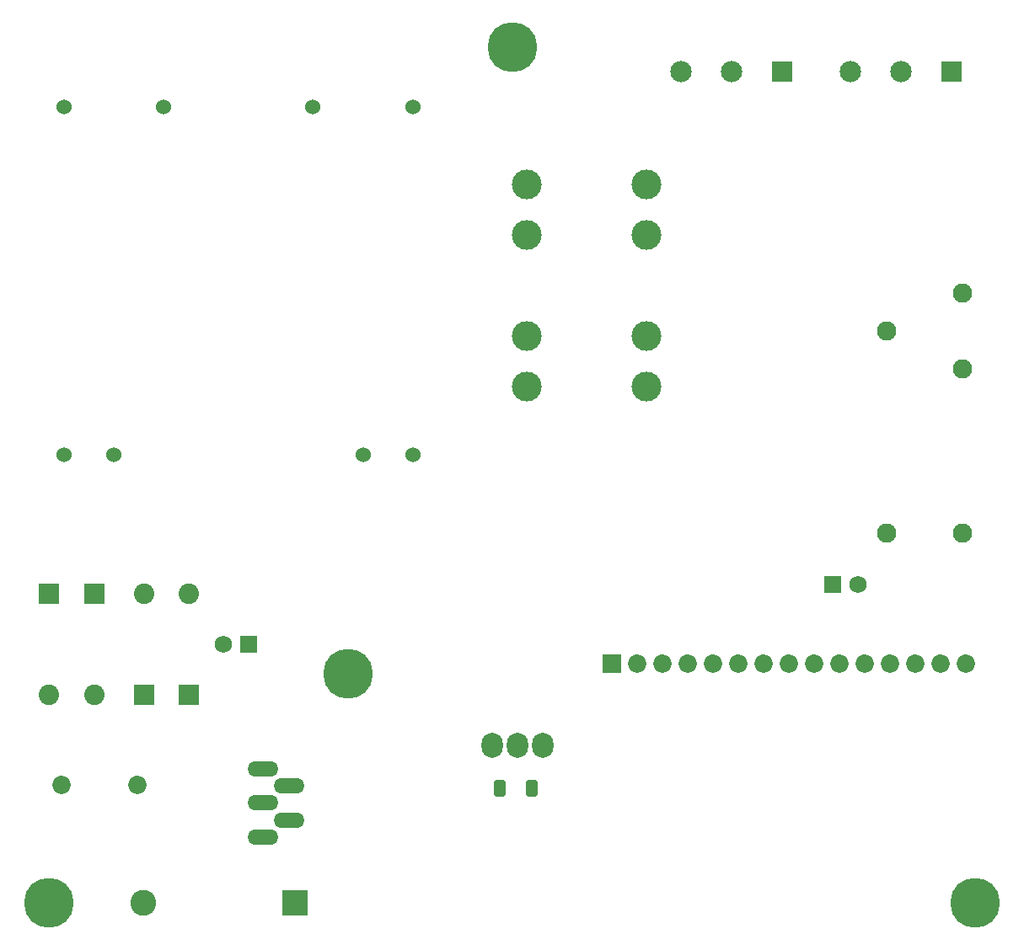
<source format=gbr>
%TF.GenerationSoftware,Altium Limited,Altium Designer,24.0.1 (36)*%
G04 Layer_Color=255*
%FSLAX45Y45*%
%MOMM*%
%TF.SameCoordinates,1548FFD4-C5F0-4C99-8D9D-CADF44B10A7D*%
%TF.FilePolarity,Positive*%
%TF.FileFunction,Pads,Bot*%
%TF.Part,Single*%
G01*
G75*
%TA.AperFunction,SMDPad,CuDef*%
G04:AMPARAMS|DCode=11|XSize=1.14mm|YSize=1.63mm|CornerRadius=0.1425mm|HoleSize=0mm|Usage=FLASHONLY|Rotation=0.000|XOffset=0mm|YOffset=0mm|HoleType=Round|Shape=RoundedRectangle|*
%AMROUNDEDRECTD11*
21,1,1.14000,1.34500,0,0,0.0*
21,1,0.85500,1.63000,0,0,0.0*
1,1,0.28500,0.42750,-0.67250*
1,1,0.28500,-0.42750,-0.67250*
1,1,0.28500,-0.42750,0.67250*
1,1,0.28500,0.42750,0.67250*
%
%ADD11ROUNDEDRECTD11*%
%TA.AperFunction,ComponentPad*%
%ADD28C,1.75001*%
%ADD29R,1.75001X1.75001*%
%ADD30O,3.10000X1.55000*%
%ADD31C,5.00000*%
%ADD32C,1.85000*%
%ADD33R,1.85000X1.85000*%
%ADD34C,2.15000*%
%ADD35R,2.15000X2.15000*%
%ADD36C,3.00000*%
%ADD37C,1.52400*%
%ADD38C,1.95000*%
%ADD39O,2.15000X2.50000*%
%ADD40R,2.05000X2.05000*%
%ADD41C,2.05000*%
%ADD42C,1.85001*%
%ADD43C,2.60000*%
%ADD44R,2.60000X2.60000*%
D11*
X4872000Y1500000D02*
D03*
X5200000D02*
D03*
D28*
X2098000Y2950000D02*
D03*
X8477000Y3550000D02*
D03*
D29*
X2352000Y2950000D02*
D03*
X8223000Y3550000D02*
D03*
D30*
X2500000Y1010000D02*
D03*
X2760000Y1180000D02*
D03*
X2500000Y1350000D02*
D03*
X2760000Y1520000D02*
D03*
X2500000Y1690000D02*
D03*
D31*
X9650000Y350000D02*
D03*
X3350000Y2650000D02*
D03*
X5000000Y8950000D02*
D03*
X350000Y350000D02*
D03*
D32*
X9556000Y2750000D02*
D03*
X9302000D02*
D03*
X7778000D02*
D03*
X7524000D02*
D03*
X7270000D02*
D03*
X7016000D02*
D03*
X6254000D02*
D03*
X6508000D02*
D03*
X6762000D02*
D03*
X8032000D02*
D03*
X8286000D02*
D03*
X8540000D02*
D03*
X8794000D02*
D03*
X9048000D02*
D03*
D33*
X6000000D02*
D03*
D34*
X8400000Y8700000D02*
D03*
X8908000D02*
D03*
X6692000D02*
D03*
X7200000D02*
D03*
D35*
X9416000D02*
D03*
X7708000D02*
D03*
D36*
X6350800Y5534300D02*
D03*
Y6042300D02*
D03*
Y7058300D02*
D03*
Y7566300D02*
D03*
X5150800Y5534300D02*
D03*
Y6042300D02*
D03*
Y7058300D02*
D03*
Y7566300D02*
D03*
D37*
X500000Y8350000D02*
D03*
X4000000D02*
D03*
X1500000D02*
D03*
X3000000D02*
D03*
X500000Y4850000D02*
D03*
X4000000D02*
D03*
X3500000D02*
D03*
X1000000D02*
D03*
D38*
X9525000Y6477000D02*
D03*
Y5715000D02*
D03*
X8763000Y6096000D02*
D03*
X9525000Y4064000D02*
D03*
X8763000D02*
D03*
D39*
X5304000Y1931666D02*
D03*
X5050000Y1931700D02*
D03*
X4796000D02*
D03*
D40*
X1300000Y2442000D02*
D03*
X800000Y3458000D02*
D03*
X350000D02*
D03*
X1750000Y2442000D02*
D03*
D41*
X1300000Y3458000D02*
D03*
X800000Y2442000D02*
D03*
X350000D02*
D03*
X1750000Y3458000D02*
D03*
D42*
X1231000Y1529215D02*
D03*
X469000D02*
D03*
D43*
X1297714Y350000D02*
D03*
D44*
X2821714D02*
D03*
%TF.MD5,3cfef1ae67ba02e9a940d391c6e5acd4*%
M02*

</source>
